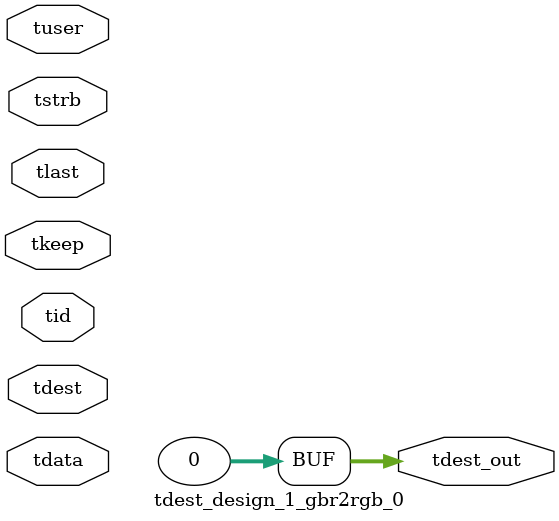
<source format=v>


`timescale 1ps/1ps

module tdest_design_1_gbr2rgb_0 #
(
parameter C_S_AXIS_TDATA_WIDTH = 32,
parameter C_S_AXIS_TUSER_WIDTH = 0,
parameter C_S_AXIS_TID_WIDTH   = 0,
parameter C_S_AXIS_TDEST_WIDTH = 0,
parameter C_M_AXIS_TDEST_WIDTH = 32
)
(
input  [(C_S_AXIS_TDATA_WIDTH == 0 ? 1 : C_S_AXIS_TDATA_WIDTH)-1:0     ] tdata,
input  [(C_S_AXIS_TUSER_WIDTH == 0 ? 1 : C_S_AXIS_TUSER_WIDTH)-1:0     ] tuser,
input  [(C_S_AXIS_TID_WIDTH   == 0 ? 1 : C_S_AXIS_TID_WIDTH)-1:0       ] tid,
input  [(C_S_AXIS_TDEST_WIDTH == 0 ? 1 : C_S_AXIS_TDEST_WIDTH)-1:0     ] tdest,
input  [(C_S_AXIS_TDATA_WIDTH/8)-1:0 ] tkeep,
input  [(C_S_AXIS_TDATA_WIDTH/8)-1:0 ] tstrb,
input                                                                    tlast,
output [C_M_AXIS_TDEST_WIDTH-1:0] tdest_out
);

assign tdest_out = {1'b0};

endmodule


</source>
